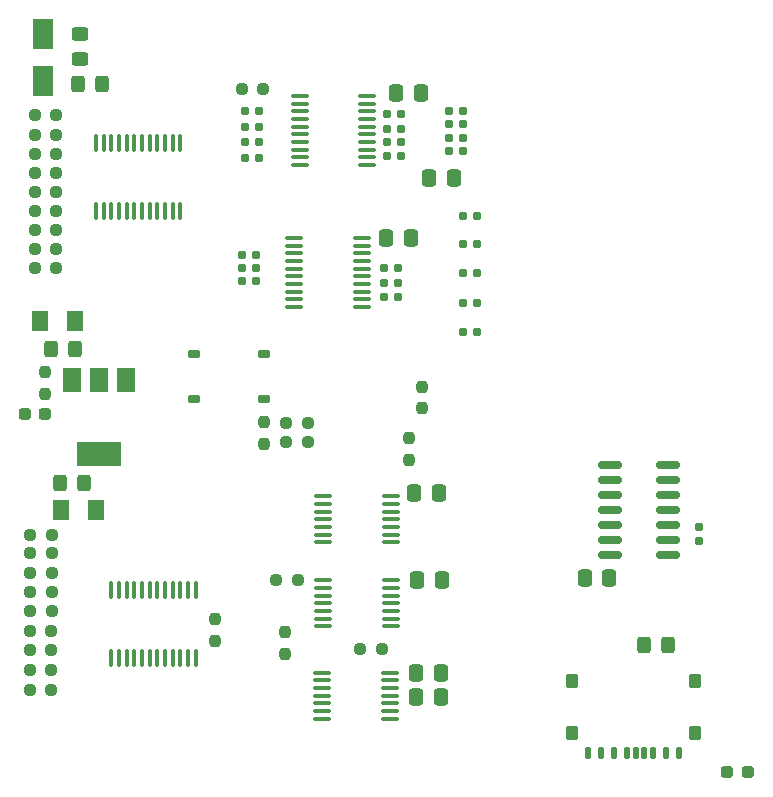
<source format=gbr>
%TF.GenerationSoftware,KiCad,Pcbnew,6.0.5-a6ca702e91~116~ubuntu21.10.1*%
%TF.CreationDate,2023-04-15T06:22:21-06:00*%
%TF.ProjectId,Centronics_50Pin,43656e74-726f-46e6-9963-735f35305069,rev?*%
%TF.SameCoordinates,Original*%
%TF.FileFunction,Paste,Top*%
%TF.FilePolarity,Positive*%
%FSLAX46Y46*%
G04 Gerber Fmt 4.6, Leading zero omitted, Abs format (unit mm)*
G04 Created by KiCad (PCBNEW 6.0.5-a6ca702e91~116~ubuntu21.10.1) date 2023-04-15 06:22:21*
%MOMM*%
%LPD*%
G01*
G04 APERTURE LIST*
G04 Aperture macros list*
%AMRoundRect*
0 Rectangle with rounded corners*
0 $1 Rounding radius*
0 $2 $3 $4 $5 $6 $7 $8 $9 X,Y pos of 4 corners*
0 Add a 4 corners polygon primitive as box body*
4,1,4,$2,$3,$4,$5,$6,$7,$8,$9,$2,$3,0*
0 Add four circle primitives for the rounded corners*
1,1,$1+$1,$2,$3*
1,1,$1+$1,$4,$5*
1,1,$1+$1,$6,$7*
1,1,$1+$1,$8,$9*
0 Add four rect primitives between the rounded corners*
20,1,$1+$1,$2,$3,$4,$5,0*
20,1,$1+$1,$4,$5,$6,$7,0*
20,1,$1+$1,$6,$7,$8,$9,0*
20,1,$1+$1,$8,$9,$2,$3,0*%
G04 Aperture macros list end*
%ADD10RoundRect,0.250001X0.462499X0.624999X-0.462499X0.624999X-0.462499X-0.624999X0.462499X-0.624999X0*%
%ADD11R,1.500000X2.000000*%
%ADD12R,3.800000X2.000000*%
%ADD13RoundRect,0.250000X0.325000X0.450000X-0.325000X0.450000X-0.325000X-0.450000X0.325000X-0.450000X0*%
%ADD14RoundRect,0.250000X-0.450000X0.325000X-0.450000X-0.325000X0.450000X-0.325000X0.450000X0.325000X0*%
%ADD15RoundRect,0.250000X-0.325000X-0.450000X0.325000X-0.450000X0.325000X0.450000X-0.325000X0.450000X0*%
%ADD16R,1.800000X2.500000*%
%ADD17RoundRect,0.160000X0.197500X0.160000X-0.197500X0.160000X-0.197500X-0.160000X0.197500X-0.160000X0*%
%ADD18RoundRect,0.100000X0.100000X-0.637500X0.100000X0.637500X-0.100000X0.637500X-0.100000X-0.637500X0*%
%ADD19RoundRect,0.160000X-0.197500X-0.160000X0.197500X-0.160000X0.197500X0.160000X-0.197500X0.160000X0*%
%ADD20RoundRect,0.237500X0.250000X0.237500X-0.250000X0.237500X-0.250000X-0.237500X0.250000X-0.237500X0*%
%ADD21RoundRect,0.237500X-0.287500X-0.237500X0.287500X-0.237500X0.287500X0.237500X-0.287500X0.237500X0*%
%ADD22RoundRect,0.250000X0.337500X0.475000X-0.337500X0.475000X-0.337500X-0.475000X0.337500X-0.475000X0*%
%ADD23RoundRect,0.237500X-0.237500X0.250000X-0.237500X-0.250000X0.237500X-0.250000X0.237500X0.250000X0*%
%ADD24RoundRect,0.100000X-0.100000X0.637500X-0.100000X-0.637500X0.100000X-0.637500X0.100000X0.637500X0*%
%ADD25RoundRect,0.250000X-0.337500X-0.475000X0.337500X-0.475000X0.337500X0.475000X-0.337500X0.475000X0*%
%ADD26RoundRect,0.100000X-0.637500X-0.100000X0.637500X-0.100000X0.637500X0.100000X-0.637500X0.100000X0*%
%ADD27RoundRect,0.150000X0.825000X0.150000X-0.825000X0.150000X-0.825000X-0.150000X0.825000X-0.150000X0*%
%ADD28RoundRect,0.237500X0.237500X-0.250000X0.237500X0.250000X-0.237500X0.250000X-0.237500X-0.250000X0*%
%ADD29RoundRect,0.160000X-0.160000X0.197500X-0.160000X-0.197500X0.160000X-0.197500X0.160000X0.197500X0*%
%ADD30RoundRect,0.125000X0.125000X0.415000X-0.125000X0.415000X-0.125000X-0.415000X0.125000X-0.415000X0*%
%ADD31RoundRect,0.262500X0.262500X0.337500X-0.262500X0.337500X-0.262500X-0.337500X0.262500X-0.337500X0*%
%ADD32RoundRect,0.187500X0.312500X0.187500X-0.312500X0.187500X-0.312500X-0.187500X0.312500X-0.187500X0*%
%ADD33RoundRect,0.237500X-0.250000X-0.237500X0.250000X-0.237500X0.250000X0.237500X-0.250000X0.237500X0*%
G04 APERTURE END LIST*
D10*
%TO.C,C3*%
X109417480Y-92556280D03*
X106442480Y-92556280D03*
%TD*%
%TO.C,C4*%
X111246280Y-108507480D03*
X108271280Y-108507480D03*
%TD*%
D11*
%TO.C,U3*%
X113769200Y-97536000D03*
X111469200Y-97536000D03*
D12*
X111469200Y-103836000D03*
D11*
X109169200Y-97536000D03*
%TD*%
D13*
%TO.C,C2*%
X109453980Y-94943880D03*
X107403980Y-94943880D03*
%TD*%
%TO.C,C5*%
X110185200Y-106222800D03*
X108135200Y-106222800D03*
%TD*%
D14*
%TO.C,C6*%
X109829600Y-68275200D03*
X109829600Y-70325200D03*
%TD*%
D15*
%TO.C,C12*%
X157632400Y-119954800D03*
X159682400Y-119954800D03*
%TD*%
D16*
%TO.C,D1*%
X106730800Y-72214600D03*
X106730800Y-68214600D03*
%TD*%
D17*
%TO.C,R42*%
X142278700Y-74726800D03*
X141083700Y-74726800D03*
%TD*%
D18*
%TO.C,U2*%
X111211600Y-83228100D03*
X111861600Y-83228100D03*
X112511600Y-83228100D03*
X113161600Y-83228100D03*
X113811600Y-83228100D03*
X114461600Y-83228100D03*
X115111600Y-83228100D03*
X115761600Y-83228100D03*
X116411600Y-83228100D03*
X117061600Y-83228100D03*
X117711600Y-83228100D03*
X118361600Y-83228100D03*
X118361600Y-77503100D03*
X117711600Y-77503100D03*
X117061600Y-77503100D03*
X116411600Y-77503100D03*
X115761600Y-77503100D03*
X115111600Y-77503100D03*
X114461600Y-77503100D03*
X113811600Y-77503100D03*
X113161600Y-77503100D03*
X112511600Y-77503100D03*
X111861600Y-77503100D03*
X111211600Y-77503100D03*
%TD*%
D19*
%TO.C,R54*%
X135597300Y-89306400D03*
X136792300Y-89306400D03*
%TD*%
D20*
%TO.C,R39*%
X107846500Y-80010000D03*
X106021500Y-80010000D03*
%TD*%
D17*
%TO.C,R16*%
X143447100Y-83616800D03*
X142252100Y-83616800D03*
%TD*%
D20*
%TO.C,R4*%
X107490900Y-113842800D03*
X105665900Y-113842800D03*
%TD*%
D19*
%TO.C,R50*%
X123569800Y-86918800D03*
X124764800Y-86918800D03*
%TD*%
D20*
%TO.C,R33*%
X107848400Y-84836000D03*
X106023400Y-84836000D03*
%TD*%
D21*
%TO.C,D2*%
X164682200Y-130759200D03*
X166432200Y-130759200D03*
%TD*%
D20*
%TO.C,R36*%
X107846500Y-75133200D03*
X106021500Y-75133200D03*
%TD*%
D22*
%TO.C,C7*%
X154656700Y-114265200D03*
X152581700Y-114265200D03*
%TD*%
D23*
%TO.C,R56*%
X106863180Y-96876180D03*
X106863180Y-98701180D03*
%TD*%
D24*
%TO.C,U1*%
X119653000Y-115349100D03*
X119003000Y-115349100D03*
X118353000Y-115349100D03*
X117703000Y-115349100D03*
X117053000Y-115349100D03*
X116403000Y-115349100D03*
X115753000Y-115349100D03*
X115103000Y-115349100D03*
X114453000Y-115349100D03*
X113803000Y-115349100D03*
X113153000Y-115349100D03*
X112503000Y-115349100D03*
X112503000Y-121074100D03*
X113153000Y-121074100D03*
X113803000Y-121074100D03*
X114453000Y-121074100D03*
X115103000Y-121074100D03*
X115753000Y-121074100D03*
X116403000Y-121074100D03*
X117053000Y-121074100D03*
X117703000Y-121074100D03*
X118353000Y-121074100D03*
X119003000Y-121074100D03*
X119653000Y-121074100D03*
%TD*%
D20*
%TO.C,R5*%
X107490900Y-115468400D03*
X105665900Y-115468400D03*
%TD*%
%TO.C,R35*%
X107848400Y-88087200D03*
X106023400Y-88087200D03*
%TD*%
%TO.C,R1*%
X107848400Y-83210400D03*
X106023400Y-83210400D03*
%TD*%
D25*
%TO.C,C8*%
X136630500Y-73202800D03*
X138705500Y-73202800D03*
%TD*%
D20*
%TO.C,R38*%
X107846500Y-78384400D03*
X106021500Y-78384400D03*
%TD*%
D17*
%TO.C,R17*%
X142278700Y-78130400D03*
X141083700Y-78130400D03*
%TD*%
D20*
%TO.C,R9*%
X107438200Y-118770400D03*
X105613200Y-118770400D03*
%TD*%
D17*
%TO.C,R13*%
X143447100Y-90982800D03*
X142252100Y-90982800D03*
%TD*%
D21*
%TO.C,D3*%
X105175380Y-100379480D03*
X106925380Y-100379480D03*
%TD*%
D20*
%TO.C,R40*%
X107846500Y-81584800D03*
X106021500Y-81584800D03*
%TD*%
D19*
%TO.C,R45*%
X123811700Y-78740000D03*
X125006700Y-78740000D03*
%TD*%
D26*
%TO.C,U4*%
X128455500Y-73478200D03*
X128455500Y-74128200D03*
X128455500Y-74778200D03*
X128455500Y-75428200D03*
X128455500Y-76078200D03*
X128455500Y-76728200D03*
X128455500Y-77378200D03*
X128455500Y-78028200D03*
X128455500Y-78678200D03*
X128455500Y-79328200D03*
X134180500Y-79328200D03*
X134180500Y-78678200D03*
X134180500Y-78028200D03*
X134180500Y-77378200D03*
X134180500Y-76728200D03*
X134180500Y-76078200D03*
X134180500Y-75428200D03*
X134180500Y-74778200D03*
X134180500Y-74128200D03*
X134180500Y-73478200D03*
%TD*%
D17*
%TO.C,R18*%
X142278700Y-77012800D03*
X141083700Y-77012800D03*
%TD*%
D19*
%TO.C,R47*%
X135877900Y-76250800D03*
X137072900Y-76250800D03*
%TD*%
D25*
%TO.C,C15*%
X138336200Y-124409200D03*
X140411200Y-124409200D03*
%TD*%
D22*
%TO.C,C14*%
X140483500Y-114503200D03*
X138408500Y-114503200D03*
%TD*%
D27*
%TO.C,U8*%
X159664400Y-112334800D03*
X159664400Y-111064800D03*
X159664400Y-109794800D03*
X159664400Y-108524800D03*
X159664400Y-107254800D03*
X159664400Y-105984800D03*
X159664400Y-104714800D03*
X154714400Y-104714800D03*
X154714400Y-105984800D03*
X154714400Y-107254800D03*
X154714400Y-108524800D03*
X154714400Y-109794800D03*
X154714400Y-111064800D03*
X154714400Y-112334800D03*
%TD*%
D19*
%TO.C,R53*%
X135597300Y-88087200D03*
X136792300Y-88087200D03*
%TD*%
D20*
%TO.C,R31*%
X129133600Y-102773400D03*
X127308600Y-102773400D03*
%TD*%
%TO.C,R3*%
X107489000Y-112217200D03*
X105664000Y-112217200D03*
%TD*%
D17*
%TO.C,R15*%
X143447100Y-86055200D03*
X142252100Y-86055200D03*
%TD*%
D20*
%TO.C,R32*%
X129133600Y-101198600D03*
X127308600Y-101198600D03*
%TD*%
D28*
%TO.C,R41*%
X121310400Y-119632100D03*
X121310400Y-117807100D03*
%TD*%
D20*
%TO.C,R7*%
X107440100Y-122072400D03*
X105615100Y-122072400D03*
%TD*%
D19*
%TO.C,R43*%
X123823800Y-76098400D03*
X125018800Y-76098400D03*
%TD*%
%TO.C,R49*%
X135890000Y-78536800D03*
X137085000Y-78536800D03*
%TD*%
D20*
%TO.C,R8*%
X107438200Y-120396000D03*
X105613200Y-120396000D03*
%TD*%
D29*
%TO.C,R30*%
X162306000Y-109982000D03*
X162306000Y-111177000D03*
%TD*%
D20*
%TO.C,R2*%
X107490900Y-110642400D03*
X105665900Y-110642400D03*
%TD*%
D28*
%TO.C,R27*%
X138836400Y-99924800D03*
X138836400Y-98099800D03*
%TD*%
D30*
%TO.C,SD2*%
X160568000Y-129101600D03*
X159468000Y-129101600D03*
X158368000Y-129101600D03*
X157618000Y-129101600D03*
X156918000Y-129101600D03*
X156168000Y-129101600D03*
X155068000Y-129101600D03*
X153968000Y-129101600D03*
X152868000Y-129101600D03*
D31*
X151493000Y-127461600D03*
X161943000Y-127461600D03*
X151493000Y-123011600D03*
X161943000Y-123011600D03*
%TD*%
D19*
%TO.C,R55*%
X135597300Y-90474800D03*
X136792300Y-90474800D03*
%TD*%
D17*
%TO.C,R12*%
X143447100Y-93472000D03*
X142252100Y-93472000D03*
%TD*%
D19*
%TO.C,R51*%
X123569800Y-88036400D03*
X124764800Y-88036400D03*
%TD*%
D17*
%TO.C,R19*%
X142278700Y-75895200D03*
X141083700Y-75895200D03*
%TD*%
D25*
%TO.C,C10*%
X139424500Y-80416400D03*
X141499500Y-80416400D03*
%TD*%
D23*
%TO.C,R24*%
X125476000Y-101093900D03*
X125476000Y-102918900D03*
%TD*%
D22*
%TO.C,C9*%
X140251000Y-107086400D03*
X138176000Y-107086400D03*
%TD*%
D20*
%TO.C,R10*%
X107489000Y-117094000D03*
X105664000Y-117094000D03*
%TD*%
%TO.C,R34*%
X107848400Y-86461600D03*
X106023400Y-86461600D03*
%TD*%
D23*
%TO.C,R26*%
X137718800Y-102468600D03*
X137718800Y-104293600D03*
%TD*%
D26*
%TO.C,U7*%
X130436700Y-114483600D03*
X130436700Y-115133600D03*
X130436700Y-115783600D03*
X130436700Y-116433600D03*
X130436700Y-117083600D03*
X130436700Y-117733600D03*
X130436700Y-118383600D03*
X136161700Y-118383600D03*
X136161700Y-117733600D03*
X136161700Y-117083600D03*
X136161700Y-116433600D03*
X136161700Y-115783600D03*
X136161700Y-115133600D03*
X136161700Y-114483600D03*
%TD*%
D20*
%TO.C,R37*%
X107846500Y-76758800D03*
X106021500Y-76758800D03*
%TD*%
D32*
%TO.C,SW1*%
X119478800Y-99123100D03*
X125478800Y-99123100D03*
X119478800Y-95373100D03*
X125478800Y-95373100D03*
%TD*%
D13*
%TO.C,F2*%
X111769000Y-72449800D03*
X109719000Y-72449800D03*
%TD*%
D20*
%TO.C,R23*%
X128320800Y-114503200D03*
X126495800Y-114503200D03*
%TD*%
%TO.C,R25*%
X125372500Y-72898000D03*
X123547500Y-72898000D03*
%TD*%
D26*
%TO.C,U5*%
X130436700Y-107371600D03*
X130436700Y-108021600D03*
X130436700Y-108671600D03*
X130436700Y-109321600D03*
X130436700Y-109971600D03*
X130436700Y-110621600D03*
X130436700Y-111271600D03*
X136161700Y-111271600D03*
X136161700Y-110621600D03*
X136161700Y-109971600D03*
X136161700Y-109321600D03*
X136161700Y-108671600D03*
X136161700Y-108021600D03*
X136161700Y-107371600D03*
%TD*%
D17*
%TO.C,R14*%
X143447100Y-88493600D03*
X142252100Y-88493600D03*
%TD*%
D26*
%TO.C,U9*%
X127998300Y-85517800D03*
X127998300Y-86167800D03*
X127998300Y-86817800D03*
X127998300Y-87467800D03*
X127998300Y-88117800D03*
X127998300Y-88767800D03*
X127998300Y-89417800D03*
X127998300Y-90067800D03*
X127998300Y-90717800D03*
X127998300Y-91367800D03*
X133723300Y-91367800D03*
X133723300Y-90717800D03*
X133723300Y-90067800D03*
X133723300Y-89417800D03*
X133723300Y-88767800D03*
X133723300Y-88117800D03*
X133723300Y-87467800D03*
X133723300Y-86817800D03*
X133723300Y-86167800D03*
X133723300Y-85517800D03*
%TD*%
D19*
%TO.C,R52*%
X123569800Y-89154000D03*
X124764800Y-89154000D03*
%TD*%
D26*
%TO.C,U6*%
X130385900Y-122306800D03*
X130385900Y-122956800D03*
X130385900Y-123606800D03*
X130385900Y-124256800D03*
X130385900Y-124906800D03*
X130385900Y-125556800D03*
X130385900Y-126206800D03*
X136110900Y-126206800D03*
X136110900Y-125556800D03*
X136110900Y-124906800D03*
X136110900Y-124256800D03*
X136110900Y-123606800D03*
X136110900Y-122956800D03*
X136110900Y-122306800D03*
%TD*%
D20*
%TO.C,R6*%
X107440100Y-123748800D03*
X105615100Y-123748800D03*
%TD*%
D25*
%TO.C,C11*%
X135788400Y-85547200D03*
X137863400Y-85547200D03*
%TD*%
D19*
%TO.C,R11*%
X123862500Y-74777600D03*
X125057500Y-74777600D03*
%TD*%
D22*
%TO.C,C13*%
X140403400Y-122326400D03*
X138328400Y-122326400D03*
%TD*%
D33*
%TO.C,R29*%
X133605900Y-120345200D03*
X135430900Y-120345200D03*
%TD*%
D19*
%TO.C,R44*%
X123811700Y-77368400D03*
X125006700Y-77368400D03*
%TD*%
%TO.C,R46*%
X135890000Y-75031600D03*
X137085000Y-75031600D03*
%TD*%
D23*
%TO.C,R28*%
X127254000Y-118875800D03*
X127254000Y-120700800D03*
%TD*%
D19*
%TO.C,R48*%
X135890000Y-77419200D03*
X137085000Y-77419200D03*
%TD*%
M02*

</source>
